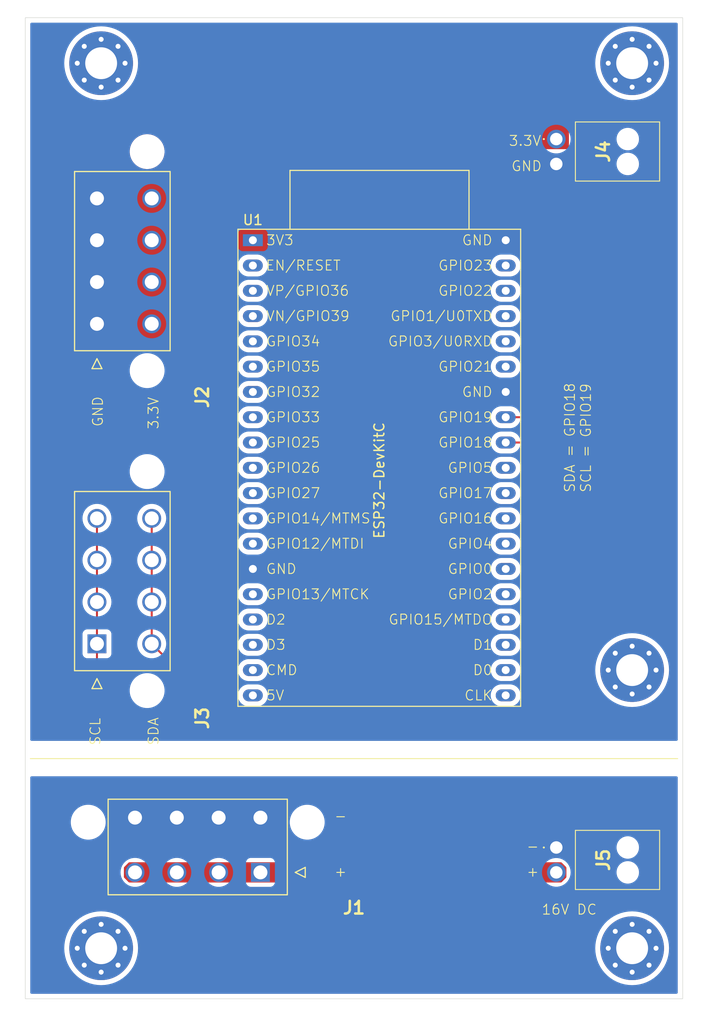
<source format=kicad_pcb>
(kicad_pcb (version 20240108) (generator "pcbnew") (generator_version "8.0")
  (title_block (title "Model Train Control - Controller") (date "2024-03-26") (rev "1"))
  (layers (0 "F.Cu" signal) (31 "B.Cu" signal) (34 "B.Paste" user) (35 "F.Paste" user) (36 "B.SilkS" user "B.Silkscreen") (37 "F.SilkS" user "F.Silkscreen") (38 "B.Mask" user) (39 "F.Mask" user) (44 "Edge.Cuts" user))
  (net 0 "")
  (net 1 "3.3V")
  (net 7 "GNDP")
  (net 35 "VM")
  (net 36 "GNDD")
  (net 37 "SCL")
  (net 38 "SDA")
  (footprint "library:172447-YY08" (layer "F.Cu") (at 129.12 61.74 -90)
    (property "Reference" "J2" (at 7.348 -10.58 90) (layer "F.SilkS") (effects (font (size 1.27 1.27) (thickness 0.254))))
    (property "Value" "172447-0008" (hide yes))
    (fp_line (start -15.3 2.25) (end -15.3 -7.35) (stroke (width 0.127)) (layer "F.SilkS"))
    (fp_line (start 2.7 2.25) (end -15.3 2.25) (stroke (width 0.127)) (layer "F.SilkS"))
    (fp_line (start 4.5 0.5) (end 3.5 0) (stroke (width 0.127)) (layer "F.SilkS"))
    (fp_line (start 3.5 0) (end 4.5 -0.5) (stroke (width 0.127)) (layer "F.SilkS"))
    (fp_line (start 4.5 -0.5) (end 4.5 0.5) (stroke (width 0.127)) (layer "F.SilkS"))
    (fp_line (start -15.3 -7.35) (end 2.7 -7.35) (stroke (width 0.127)) (layer "F.SilkS"))
    (fp_line (start 2.7 -7.35) (end 2.7 2.25) (stroke (width 0.127)) (layer "F.SilkS"))
    (pad "" np_thru_hole circle (at -17.3 -5.04 270) (size 3 3) (drill 3) (layers "*.Cu" "*.Mask"))
    (pad "" np_thru_hole circle (at 4.7 -5.04 270) (size 3 3) (drill 3) (layers "*.Cu" "*.Mask"))
    (pad "1" thru_hole rect (at 0 0 270) (size 1.9 1.9) (drill 1.4) (layers "*.Cu" "*.Mask") (net 36 "GNDD"))
    (pad "2" thru_hole circle (at -4.2 0 270) (size 1.9 1.9) (drill 1.4) (layers "*.Cu" "*.Mask") (net 36 "GNDD"))
    (pad "3" thru_hole circle (at -8.4 0 270) (size 1.9 1.9) (drill 1.4) (layers "*.Cu" "*.Mask") (net 36 "GNDD"))
    (pad "4" thru_hole circle (at -12.6 0 270) (size 1.9 1.9) (drill 1.4) (layers "*.Cu" "*.Mask") (net 36 "GNDD"))
    (pad "5" thru_hole circle (at 0 -5.5 270) (size 1.9 1.9) (drill 1.4) (layers "*.Cu" "*.Mask") (net 1 "3.3V"))
    (pad "6" thru_hole circle (at -4.2 -5.5 270) (size 1.9 1.9) (drill 1.4) (layers "*.Cu" "*.Mask") (net 1 "3.3V"))
    (pad "7" thru_hole circle (at -8.4 -5.5 270) (size 1.9 1.9) (drill 1.4) (layers "*.Cu" "*.Mask") (net 1 "3.3V"))
    (pad "8" thru_hole circle (at -12.6 -5.5 270) (size 1.9 1.9) (drill 1.4) (layers "*.Cu" "*.Mask") (net 1 "3.3V"))
  )
  (footprint "library:172447-YY08" (layer "F.Cu") (at 129.12 93.88 -90)
    (property "Reference" "J3" (at 7.466 -10.58 90) (layer "F.SilkS") (effects (font (size 1.27 1.27) (thickness 0.254))))
    (property "Value" "172447-0008" (hide yes))
    (fp_line (start -15.3 2.25) (end -15.3 -7.35) (stroke (width 0.127)) (layer "F.SilkS"))
    (fp_line (start 2.7 2.25) (end -15.3 2.25) (stroke (width 0.127)) (layer "F.SilkS"))
    (fp_line (start 4.5 0.5) (end 3.5 0) (stroke (width 0.127)) (layer "F.SilkS"))
    (fp_line (start 3.5 0) (end 4.5 -0.5) (stroke (width 0.127)) (layer "F.SilkS"))
    (fp_line (start 4.5 -0.5) (end 4.5 0.5) (stroke (width 0.127)) (layer "F.SilkS"))
    (fp_line (start -15.3 -7.35) (end 2.7 -7.35) (stroke (width 0.127)) (layer "F.SilkS"))
    (fp_line (start 2.7 -7.35) (end 2.7 2.25) (stroke (width 0.127)) (layer "F.SilkS"))
    (pad "" np_thru_hole circle (at -17.3 -5.04 270) (size 3 3) (drill 3) (layers "*.Cu" "*.Mask"))
    (pad "" np_thru_hole circle (at 4.7 -5.04 270) (size 3 3) (drill 3) (layers "*.Cu" "*.Mask"))
    (pad "1" thru_hole rect (at 0 0 270) (size 1.9 1.9) (drill 1.4) (layers "*.Cu" "*.Mask") (net 37 "SCL"))
    (pad "2" thru_hole circle (at -4.2 0 270) (size 1.9 1.9) (drill 1.4) (layers "*.Cu" "*.Mask") (net 37 "SCL"))
    (pad "3" thru_hole circle (at -8.4 0 270) (size 1.9 1.9) (drill 1.4) (layers "*.Cu" "*.Mask") (net 37 "SCL"))
    (pad "4" thru_hole circle (at -12.6 0 270) (size 1.9 1.9) (drill 1.4) (layers "*.Cu" "*.Mask") (net 37 "SCL"))
    (pad "5" thru_hole circle (at 0 -5.5 270) (size 1.9 1.9) (drill 1.4) (layers "*.Cu" "*.Mask") (net 38 "SDA"))
    (pad "6" thru_hole circle (at -4.2 -5.5 270) (size 1.9 1.9) (drill 1.4) (layers "*.Cu" "*.Mask") (net 38 "SDA"))
    (pad "7" thru_hole circle (at -8.4 -5.5 270) (size 1.9 1.9) (drill 1.4) (layers "*.Cu" "*.Mask") (net 38 "SDA"))
    (pad "8" thru_hole circle (at -12.6 -5.5 270) (size 1.9 1.9) (drill 1.4) (layers "*.Cu" "*.Mask") (net 38 "SDA"))
  )
  (footprint "MountingHole:MountingHole_3.2mm_M3_Pad_Via" (layer "F.Cu") (at 129.54 124.46)
    (property "Reference" "H4" (hide yes))
    (property "Value" "MountingHole" (hide yes))
    (pad "1" thru_hole circle (at -2.4 0) (size 0.8 0.8) (drill 0.5) (layers "*.Cu" "*.Mask"))
    (pad "1" thru_hole circle (at -1.697056 -1.697056) (size 0.8 0.8) (drill 0.5) (layers "*.Cu" "*.Mask"))
    (pad "1" thru_hole circle (at -1.697056 1.697056) (size 0.8 0.8) (drill 0.5) (layers "*.Cu" "*.Mask"))
    (pad "1" thru_hole circle (at 0 -2.4) (size 0.8 0.8) (drill 0.5) (layers "*.Cu" "*.Mask"))
    (pad "1" thru_hole circle (at 0 0) (size 6.4 6.4) (drill 3.2) (layers "*.Cu" "*.Mask"))
    (pad "1" thru_hole circle (at 0 2.4) (size 0.8 0.8) (drill 0.5) (layers "*.Cu" "*.Mask"))
    (pad "1" thru_hole circle (at 1.697056 -1.697056) (size 0.8 0.8) (drill 0.5) (layers "*.Cu" "*.Mask"))
    (pad "1" thru_hole circle (at 1.697056 1.697056) (size 0.8 0.8) (drill 0.5) (layers "*.Cu" "*.Mask"))
    (pad "1" thru_hole circle (at 2.4 0) (size 0.8 0.8) (drill 0.5) (layers "*.Cu" "*.Mask"))
  )
  (footprint "MountingHole:MountingHole_3.2mm_M3_Pad_Via" (layer "F.Cu") (at 129.54 35.56)
    (property "Reference" "H3" (hide yes))
    (property "Value" "MountingHole" (hide yes))
    (pad "1" thru_hole circle (at -2.4 0) (size 0.8 0.8) (drill 0.5) (layers "*.Cu" "*.Mask"))
    (pad "1" thru_hole circle (at -1.697056 -1.697056) (size 0.8 0.8) (drill 0.5) (layers "*.Cu" "*.Mask"))
    (pad "1" thru_hole circle (at -1.697056 1.697056) (size 0.8 0.8) (drill 0.5) (layers "*.Cu" "*.Mask"))
    (pad "1" thru_hole circle (at 0 -2.4) (size 0.8 0.8) (drill 0.5) (layers "*.Cu" "*.Mask"))
    (pad "1" thru_hole circle (at 0 0) (size 6.4 6.4) (drill 3.2) (layers "*.Cu" "*.Mask"))
    (pad "1" thru_hole circle (at 0 2.4) (size 0.8 0.8) (drill 0.5) (layers "*.Cu" "*.Mask"))
    (pad "1" thru_hole circle (at 1.697056 -1.697056) (size 0.8 0.8) (drill 0.5) (layers "*.Cu" "*.Mask"))
    (pad "1" thru_hole circle (at 1.697056 1.697056) (size 0.8 0.8) (drill 0.5) (layers "*.Cu" "*.Mask"))
    (pad "1" thru_hole circle (at 2.4 0) (size 0.8 0.8) (drill 0.5) (layers "*.Cu" "*.Mask"))
  )
  (footprint "library:1053131102" (layer "F.Cu") (at 175.26 114.34 90)
    (property "Reference" "J5" (at -1.25 4.721 -90) (layer "F.SilkS") (effects (font (size 1.27 1.27) (thickness 0.254))))
    (property "Value" "105313-1102" (hide yes))
    (fp_line (start 0 -1.3) (end 0 -1.3) (stroke (width 0.1)) (layer "F.SilkS"))
    (fp_line (start 0 -1.2) (end 0 -1.2) (stroke (width 0.1)) (layer "F.SilkS"))
    (fp_line (start 1.72 1.92) (end 1.72 10.38) (stroke (width 0.1)) (layer "F.SilkS"))
    (fp_line (start -4.22 1.92) (end 1.72 1.92) (stroke (width 0.1)) (layer "F.SilkS"))
    (fp_line (start 1.72 10.38) (end -4.22 10.38) (stroke (width 0.1)) (layer "F.SilkS"))
    (fp_line (start -4.22 10.38) (end -4.22 1.92) (stroke (width 0.1)) (layer "F.SilkS"))
    (fp_arc (start 0 -1.3) (mid 0.05 -1.25) (end 0 -1.2) (stroke (width 0.1)) (layer "F.SilkS"))
    (fp_arc (start 0 -1.2) (mid -0.05 -1.25) (end 0 -1.3) (stroke (width 0.1)) (layer "F.SilkS"))
    (pad "" np_thru_hole circle (at -2.5 7.18 90) (size 1.75 1.75) (drill 1.75) (layers "*.Cu" "*.Mask"))
    (pad "" np_thru_hole circle (at 0 7.18 90) (size 1.75 1.75) (drill 1.75) (layers "*.Cu" "*.Mask"))
    (pad "1" thru_hole circle (at 0 0 90) (size 1.875 1.875) (drill 1.25) (layers "*.Cu" "*.Mask") (net 7 "GNDP"))
    (pad "2" thru_hole circle (at -2.5 0 90) (size 1.875 1.875) (drill 1.25) (layers "*.Cu" "*.Mask") (net 35 "VM"))
  )
  (footprint "MountingHole:MountingHole_3.2mm_M3_Pad_Via" (layer "F.Cu") (at 182.88 96.52)
    (property "Reference" "H5" (hide yes))
    (property "Value" "MountingHole" (hide yes))
    (pad "1" thru_hole circle (at -2.4 0) (size 0.8 0.8) (drill 0.5) (layers "*.Cu" "*.Mask"))
    (pad "1" thru_hole circle (at -1.697056 -1.697056) (size 0.8 0.8) (drill 0.5) (layers "*.Cu" "*.Mask"))
    (pad "1" thru_hole circle (at -1.697056 1.697056) (size 0.8 0.8) (drill 0.5) (layers "*.Cu" "*.Mask"))
    (pad "1" thru_hole circle (at 0 -2.4) (size 0.8 0.8) (drill 0.5) (layers "*.Cu" "*.Mask"))
    (pad "1" thru_hole circle (at 0 0) (size 6.4 6.4) (drill 3.2) (layers "*.Cu" "*.Mask"))
    (pad "1" thru_hole circle (at 0 2.4) (size 0.8 0.8) (drill 0.5) (layers "*.Cu" "*.Mask"))
    (pad "1" thru_hole circle (at 1.697056 -1.697056) (size 0.8 0.8) (drill 0.5) (layers "*.Cu" "*.Mask"))
    (pad "1" thru_hole circle (at 1.697056 1.697056) (size 0.8 0.8) (drill 0.5) (layers "*.Cu" "*.Mask"))
    (pad "1" thru_hole circle (at 2.4 0) (size 0.8 0.8) (drill 0.5) (layers "*.Cu" "*.Mask"))
  )
  (footprint "Espressif:ESP32-DevKitC" (layer "F.Cu") (at 144.78 53.34)
    (property "Reference" "U1" (at 0 -2.032 0) (layer "F.SilkS"))
    (property "Value" "ESP32-DevKitC" (at 12.7 24.13 90) (layer "F.SilkS"))
    (fp_line (start -1.5 46.82) (end 26.899999 46.82) (stroke (width 0.12)) (layer "F.SilkS"))
    (fp_line (start -1.499999 -1.1) (end -1.5 46.82) (stroke (width 0.12)) (layer "F.SilkS"))
    (fp_line (start 3.73012 -7.01312) (end 21.71332 -7.01312) (stroke (width 0.12)) (layer "F.SilkS"))
    (fp_line (start 3.73012 -1.12032) (end 3.73012 -7.01312) (stroke (width 0.12)) (layer "F.SilkS"))
    (fp_line (start 21.71332 -7.01312) (end 21.71332 -1.12032) (stroke (width 0.12)) (layer "F.SilkS"))
    (fp_line (start 26.899999 46.82) (end 26.9 -1.1) (stroke (width 0.12)) (layer "F.SilkS"))
    (fp_line (start 26.9 -1.1) (end -1.499999 -1.1) (stroke (width 0.12)) (layer "F.SilkS"))
    (fp_text user "GPIO33" (at 1.27 17.78 0) (layer "F.SilkS") (effects (font (thickness 0.1)) (justify left)))
    (fp_text user "D2" (at 1.27 38.1 0) (layer "F.SilkS") (effects (font (thickness 0.1)) (justify left)))
    (fp_text user "GPIO18" (at 24.13 20.32 0) (layer "F.SilkS") (effects (font (thickness 0.1)) (justify right)))
    (fp_text user "GPIO0" (at 24.13 33.02 0) (layer "F.SilkS") (effects (font (thickness 0.1)) (justify right)))
    (fp_text user "GPIO26" (at 1.27 22.86 0) (layer "F.SilkS") (effects (font (thickness 0.1)) (justify left)))
    (fp_text user "GPIO34" (at 1.27 10.16 0) (layer "F.SilkS") (effects (font (thickness 0.1)) (justify left)))
    (fp_text user "GPIO17" (at 24.13 25.4 0) (layer "F.SilkS") (effects (font (thickness 0.1)) (justify right)))
    (fp_text user "D0" (at 24.13 43.18 0) (layer "F.SilkS") (effects (font (thickness 0.1)) (justify right)))
    (fp_text user "GPIO22" (at 24.13 5.08 0) (layer "F.SilkS") (effects (font (thickness 0.1)) (justify right)))
    (fp_text user "GPIO25" (at 1.27 20.32 0) (layer "F.SilkS") (effects (font (thickness 0.1)) (justify left)))
    (fp_text user "GPIO1/U0TXD" (at 24.13 7.62 0) (layer "F.SilkS") (effects (font (thickness 0.1)) (justify right)))
    (fp_text user "GND" (at 1.27 33.02 0) (layer "F.SilkS") (effects (font (thickness 0.1)) (justify left)))
    (fp_text user "GND" (at 24.13 0 0) (layer "F.SilkS") (effects (font (thickness 0.1)) (justify right)))
    (fp_text user "VP/GPIO36" (at 1.27 5.08 0) (layer "F.SilkS") (effects (font (thickness 0.1)) (justify left)))
    (fp_text user "GPIO23" (at 24.13 2.54 0) (layer "F.SilkS") (effects (font (thickness 0.1)) (justify right)))
    (fp_text user "GPIO32" (at 1.27 15.24 0) (layer "F.SilkS") (effects (font (thickness 0.1)) (justify left)))
    (fp_text user "3V3" (at 1.27 0 0) (layer "F.SilkS") (effects (font (thickness 0.1)) (justify left)))
    (fp_text user "GPIO13/MTCK" (at 1.27 35.56 0) (layer "F.SilkS") (effects (font (thickness 0.1)) (justify left)))
    (fp_text user "GPIO19" (at 24.13 17.78 0) (layer "F.SilkS") (effects (font (thickness 0.1)) (justify right)))
    (fp_text user "GPIO14/MTMS" (at 1.27 27.94 0) (layer "F.SilkS") (effects (font (thickness 0.1)) (justify left)))
    (fp_text user "EN/RESET" (at 8.88632 2.53728 0) (layer "F.SilkS") (effects (font (thickness 0.1)) (justify right)))
    (fp_text user "GPIO21" (at 24.13 12.7 0) (layer "F.SilkS") (effects (font (thickness 0.1)) (justify right)))
    (fp_text user "GPIO4" (at 24.13 30.48 0) (layer "F.SilkS") (effects (font (thickness 0.1)) (justify right)))
    (fp_text user "GPIO2" (at 24.13 35.56 0) (layer "F.SilkS") (effects (font (thickness 0.1)) (justify right)))
    (fp_text user "GPIO5" (at 24.13 22.86 0) (layer "F.SilkS") (effects (font (thickness 0.1)) (justify right)))
    (fp_text user "GPIO16" (at 24.13 27.94 0) (layer "F.SilkS") (effects (font (thickness 0.1)) (justify right)))
    (fp_text user "D1" (at 24.13 40.64 0) (layer "F.SilkS") (effects (font (thickness 0.1)) (justify right)))
    (fp_text user "GND" (at 24.13 15.24 0) (layer "F.SilkS") (effects (font (thickness 0.1)) (justify right)))
    (fp_text user "GPIO35" (at 1.27 12.7 0) (layer "F.SilkS") (effects (font (thickness 0.1)) (justify left)))
    (fp_text user "GPIO12/MTDI" (at 1.27 30.48 0) (layer "F.SilkS") (effects (font (thickness 0.1)) (justify left)))
    (fp_text user "CMD" (at 1.27 43.18 0) (layer "F.SilkS") (effects (font (thickness 0.1)) (justify left)))
    (fp_text user "VN/GPIO39" (at 1.27 7.62 0) (layer "F.SilkS") (effects (font (thickness 0.1)) (justify left)))
    (fp_text user "CLK" (at 24.13 45.72 0) (layer "F.SilkS") (effects (font (thickness 0.1)) (justify right)))
    (fp_text user "GPIO3/U0RXD" (at 24.13 10.16 0) (layer "F.SilkS") (effects (font (thickness 0.1)) (justify right)))
    (fp_text user "GPIO27" (at 1.27 25.4 0) (layer "F.SilkS") (effects (font (thickness 0.1)) (justify left)))
    (fp_text user "5V" (at 1.27 45.72 0) (layer "F.SilkS") (effects (font (thickness 0.1)) (justify left)))
    (fp_text user "GPIO15/MTDO" (at 24.13 38.1 0) (layer "F.SilkS") (effects (font (thickness 0.1)) (justify right)))
    (fp_text user "D3" (at 1.27 40.64 0) (layer "F.SilkS") (effects (font (thickness 0.1)) (justify left)))
    (pad "1" thru_hole rect (at 0 0 270) (size 1.2 2) (drill 0.8) (layers "*.Cu" "*.Mask") (net 1 "3.3V"))
    (pad "2" thru_hole oval (at 0 2.54 270) (size 1.2 2) (drill 0.8) (layers "*.Cu" "*.Mask"))
    (pad "3" thru_hole oval (at 0 5.08 270) (size 1.2 2) (drill 0.8) (layers "*.Cu" "*.Mask"))
    (pad "4" thru_hole oval (at 0 7.62 270) (size 1.2 2) (drill 0.8) (layers "*.Cu" "*.Mask"))
    (pad "5" thru_hole oval (at 0 10.16 270) (size 1.2 2) (drill 0.8) (layers "*.Cu" "*.Mask"))
    (pad "6" thru_hole oval (at 0 12.7 270) (size 1.2 2) (drill 0.8) (layers "*.Cu" "*.Mask"))
    (pad "7" thru_hole oval (at 0 15.24 270) (size 1.2 2) (drill 0.8) (layers "*.Cu" "*.Mask"))
    (pad "8" thru_hole oval (at 0 17.78 270) (size 1.2 2) (drill 0.8) (layers "*.Cu" "*.Mask"))
    (pad "9" thru_hole oval (at 0 20.32 270) (size 1.2 2) (drill 0.8) (layers "*.Cu" "*.Mask"))
    (pad "10" thru_hole oval (at 0 22.86 270) (size 1.2 2) (drill 0.8) (layers "*.Cu" "*.Mask"))
    (pad "11" thru_hole oval (at 0 25.4 270) (size 1.2 2) (drill 0.8) (layers "*.Cu" "*.Mask"))
    (pad "12" thru_hole oval (at 0 27.94 270) (size 1.2 2) (drill 0.8) (layers "*.Cu" "*.Mask"))
    (pad "13" thru_hole oval (at 0 30.48 270) (size 1.2 2) (drill 0.8) (layers "*.Cu" "*.Mask"))
    (pad "14" thru_hole oval (at 0 33.02 270) (size 1.2 2) (drill 0.8) (layers "*.Cu" "*.Mask") (net 36 "GNDD"))
    (pad "15" thru_hole oval (at 0 35.56 270) (size 1.2 2) (drill 0.8) (layers "*.Cu" "*.Mask"))
    (pad "16" thru_hole oval (at 0 38.1 270) (size 1.2 2) (drill 0.8) (layers "*.Cu" "*.Mask"))
    (pad "17" thru_hole oval (at 0 40.64 270) (size 1.2 2) (drill 0.8) (layers "*.Cu" "*.Mask"))
    (pad "18" thru_hole oval (at 0 43.18 270) (size 1.2 2) (drill 0.8) (layers "*.Cu" "*.Mask"))
    (pad "19" thru_hole oval (at 0 45.72 270) (size 1.2 2) (drill 0.8) (layers "*.Cu" "*.Mask"))
    (pad "20" thru_hole oval (at 25.39632 45.71728 270) (size 1.2 2) (drill 0.8) (layers "*.Cu" "*.Mask"))
    (pad "21" thru_hole oval (at 25.39632 43.17728 270) (size 1.2 2) (drill 0.8) (layers "*.Cu" "*.Mask"))
    (pad "22" thru_hole oval (at 25.4 40.64 270) (size 1.2 2) (drill 0.8) (layers "*.Cu" "*.Mask"))
    (pad "23" thru_hole oval (at 25.4 38.1 270) (size 1.2 2) (drill 0.8) (layers "*.Cu" "*.Mask"))
    (pad "24" thru_hole oval (at 25.4 35.56 270) (size 1.2 2) (drill 0.8) (layers "*.Cu" "*.Mask"))
    (pad "25" thru_hole oval (at 25.4 33.02 270) (size 1.2 2) (drill 0.8) (layers "*.Cu" "*.Mask"))
    (pad "26" thru_hole oval (at 25.4 30.48 270) (size 1.2 2) (drill 0.8) (layers "*.Cu" "*.Mask"))
    (pad "27" thru_hole oval (at 25.4 27.94 270) (size 1.2 2) (drill 0.8) (layers "*.Cu" "*.Mask"))
    (pad "28" thru_hole oval (at 25.4 25.4 270) (size 1.2 2) (drill 0.8) (layers "*.Cu" "*.Mask"))
    (pad "29" thru_hole oval (at 25.4 22.86 270) (size 1.2 2) (drill 0.8) (layers "*.Cu" "*.Mask"))
    (pad "30" thru_hole oval (at 25.4 20.32 270) (size 1.2 2) (drill 0.8) (layers "*.Cu" "*.Mask") (net 38 "SDA"))
    (pad "31" thru_hole oval (at 25.4 17.78 270) (size 1.2 2) (drill 0.8) (layers "*.Cu" "*.Mask") (net 37 "SCL"))
    (pad "32" thru_hole oval (at 25.4 15.24 270) (size 1.2 2) (drill 0.8) (layers "*.Cu" "*.Mask") (net 36 "GNDD"))
    (pad "33" thru_hole oval (at 25.4 12.7 270) (size 1.2 2) (drill 0.8) (layers "*.Cu" "*.Mask"))
    (pad "34" thru_hole oval (at 25.4 10.16 270) (size 1.2 2) (drill 0.8) (layers "*.Cu" "*.Mask"))
    (pad "35" thru_hole oval (at 25.4 7.62 270) (size 1.2 2) (drill 0.8) (layers "*.Cu" "*.Mask"))
    (pad "36" thru_hole oval (at 25.4 5.08 270) (size 1.2 2) (drill 0.8) (layers "*.Cu" "*.Mask"))
    (pad "37" thru_hole oval (at 25.4 2.54 270) (size 1.2 2) (drill 0.8) (layers "*.Cu" "*.Mask"))
    (pad "38" thru_hole oval (at 25.4 0 270) (size 1.2 2) (drill 0.8) (layers "*.Cu" "*.Mask") (net 36 "GNDD"))
  )
  (footprint "library:1053131102" (layer "F.Cu") (at 175.26 43.18 90)
    (property "Reference" "J4" (at -1.25 4.721 -90) (layer "F.SilkS") (effects (font (size 1.27 1.27) (thickness 0.254))))
    (property "Value" "105313-1102" (hide yes))
    (fp_line (start 0 -1.3) (end 0 -1.3) (stroke (width 0.1)) (layer "F.SilkS"))
    (fp_line (start 0 -1.2) (end 0 -1.2) (stroke (width 0.1)) (layer "F.SilkS"))
    (fp_line (start 1.72 1.92) (end 1.72 10.38) (stroke (width 0.1)) (layer "F.SilkS"))
    (fp_line (start -4.22 1.92) (end 1.72 1.92) (stroke (width 0.1)) (layer "F.SilkS"))
    (fp_line (start 1.72 10.38) (end -4.22 10.38) (stroke (width 0.1)) (layer "F.SilkS"))
    (fp_line (start -4.22 10.38) (end -4.22 1.92) (stroke (width 0.1)) (layer "F.SilkS"))
    (fp_arc (start 0 -1.3) (mid 0.05 -1.25) (end 0 -1.2) (stroke (width 0.1)) (layer "F.SilkS"))
    (fp_arc (start 0 -1.2) (mid -0.05 -1.25) (end 0 -1.3) (stroke (width 0.1)) (layer "F.SilkS"))
    (pad "" np_thru_hole circle (at -2.5 7.18 90) (size 1.75 1.75) (drill 1.75) (layers "*.Cu" "*.Mask"))
    (pad "" np_thru_hole circle (at 0 7.18 90) (size 1.75 1.75) (drill 1.75) (layers "*.Cu" "*.Mask"))
    (pad "1" thru_hole circle (at 0 0 90) (size 1.875 1.875) (drill 1.25) (layers "*.Cu" "*.Mask") (net 1 "3.3V"))
    (pad "2" thru_hole circle (at -2.5 0 90) (size 1.875 1.875) (drill 1.25) (layers "*.Cu" "*.Mask") (net 36 "GNDD"))
  )
  (footprint "MountingHole:MountingHole_3.2mm_M3_Pad_Via" (layer "F.Cu") (at 182.88 124.46)
    (property "Reference" "H1" (hide yes))
    (property "Value" "MountingHole" (hide yes))
    (pad "1" thru_hole circle (at -2.4 0) (size 0.8 0.8) (drill 0.5) (layers "*.Cu" "*.Mask"))
    (pad "1" thru_hole circle (at -1.697056 -1.697056) (size 0.8 0.8) (drill 0.5) (layers "*.Cu" "*.Mask"))
    (pad "1" thru_hole circle (at -1.697056 1.697056) (size 0.8 0.8) (drill 0.5) (layers "*.Cu" "*.Mask"))
    (pad "1" thru_hole circle (at 0 -2.4) (size 0.8 0.8) (drill 0.5) (layers "*.Cu" "*.Mask"))
    (pad "1" thru_hole circle (at 0 0) (size 6.4 6.4) (drill 3.2) (layers "*.Cu" "*.Mask"))
    (pad "1" thru_hole circle (at 0 2.4) (size 0.8 0.8) (drill 0.5) (layers "*.Cu" "*.Mask"))
    (pad "1" thru_hole circle (at 1.697056 -1.697056) (size 0.8 0.8) (drill 0.5) (layers "*.Cu" "*.Mask"))
    (pad "1" thru_hole circle (at 1.697056 1.697056) (size 0.8 0.8) (drill 0.5) (layers "*.Cu" "*.Mask"))
    (pad "1" thru_hole circle (at 2.4 0) (size 0.8 0.8) (drill 0.5) (layers "*.Cu" "*.Mask"))
  )
  (footprint "MountingHole:MountingHole_3.2mm_M3_Pad_Via" (layer "F.Cu") (at 182.88 35.56)
    (property "Reference" "H2" (hide yes))
    (property "Value" "MountingHole" (hide yes))
    (pad "1" thru_hole circle (at -2.4 0) (size 0.8 0.8) (drill 0.5) (layers "*.Cu" "*.Mask"))
    (pad "1" thru_hole circle (at -1.697056 -1.697056) (size 0.8 0.8) (drill 0.5) (layers "*.Cu" "*.Mask"))
    (pad "1" thru_hole circle (at -1.697056 1.697056) (size 0.8 0.8) (drill 0.5) (layers "*.Cu" "*.Mask"))
    (pad "1" thru_hole circle (at 0 -2.4) (size 0.8 0.8) (drill 0.5) (layers "*.Cu" "*.Mask"))
    (pad "1" thru_hole circle (at 0 0) (size 6.4 6.4) (drill 3.2) (layers "*.Cu" "*.Mask"))
    (pad "1" thru_hole circle (at 0 2.4) (size 0.8 0.8) (drill 0.5) (layers "*.Cu" "*.Mask"))
    (pad "1" thru_hole circle (at 1.697056 -1.697056) (size 0.8 0.8) (drill 0.5) (layers "*.Cu" "*.Mask"))
    (pad "1" thru_hole circle (at 1.697056 1.697056) (size 0.8 0.8) (drill 0.5) (layers "*.Cu" "*.Mask"))
    (pad "1" thru_hole circle (at 2.4 0) (size 0.8 0.8) (drill 0.5) (layers "*.Cu" "*.Mask"))
  )
  (footprint "library:172447-YY08" (layer "F.Cu") (at 145.542 116.84)
    (property "Reference" "J1" (at 9.398 3.556 0) (layer "F.SilkS") (effects (font (size 1.27 1.27) (thickness 0.254))))
    (property "Value" "172447-0008" (hide yes))
    (fp_line (start -15.3 -7.35) (end 2.7 -7.35) (stroke (width 0.127)) (layer "F.SilkS"))
    (fp_line (start -15.3 2.25) (end -15.3 -7.35) (stroke (width 0.127)) (layer "F.SilkS"))
    (fp_line (start 2.7 -7.35) (end 2.7 2.25) (stroke (width 0.127)) (layer "F.SilkS"))
    (fp_line (start 2.7 2.25) (end -15.3 2.25) (stroke (width 0.127)) (layer "F.SilkS"))
    (fp_line (start 3.5 0) (end 4.5 -0.5) (stroke (width 0.127)) (layer "F.SilkS"))
    (fp_line (start 4.5 -0.5) (end 4.5 0.5) (stroke (width 0.127)) (layer "F.SilkS"))
    (fp_line (start 4.5 0.5) (end 3.5 0) (stroke (width 0.127)) (layer "F.SilkS"))
    (pad "" np_thru_hole circle (at -17.3 -5.04) (size 3 3) (drill 3) (layers "*.Cu" "*.Mask"))
    (pad "" np_thru_hole circle (at 4.7 -5.04) (size 3 3) (drill 3) (layers "*.Cu" "*.Mask"))
    (pad "1" thru_hole rect (at 0 0) (size 1.9 1.9) (drill 1.4) (layers "*.Cu" "*.Mask") (net 35 "VM"))
    (pad "2" thru_hole circle (at -4.2 0) (size 1.9 1.9) (drill 1.4) (layers "*.Cu" "*.Mask") (net 35 "VM"))
    (pad "3" thru_hole circle (at -8.4 0) (size 1.9 1.9) (drill 1.4) (layers "*.Cu" "*.Mask") (net 35 "VM"))
    (pad "4" thru_hole circle (at -12.6 0) (size 1.9 1.9) (drill 1.4) (layers "*.Cu" "*.Mask") (net 35 "VM"))
    (pad "5" thru_hole circle (at 0 -5.5) (size 1.9 1.9) (drill 1.4) (layers "*.Cu" "*.Mask") (net 7 "GNDP"))
    (pad "6" thru_hole circle (at -4.2 -5.5) (size 1.9 1.9) (drill 1.4) (layers "*.Cu" "*.Mask") (net 7 "GNDP"))
    (pad "7" thru_hole circle (at -8.4 -5.5) (size 1.9 1.9) (drill 1.4) (layers "*.Cu" "*.Mask") (net 7 "GNDP"))
    (pad "8" thru_hole circle (at -12.6 -5.5) (size 1.9 1.9) (drill 1.4) (layers "*.Cu" "*.Mask") (net 7 "GNDP"))
  )
  (gr_line (start 122.428 105.41) (end 187.452 105.41) (stroke (width 0.1)) (layer "F.SilkS"))
  (gr_rect (start 121.92 30.988) (end 187.96 129.54) (stroke (width 0.05)) (fill none) (layer "Edge.Cuts"))
  (gr_text "+" (at 172.212 117.348 0) (layer "F.SilkS") (effects (font (size 1 1) (thickness 0.1)) (justify left bottom)))
  (gr_text "SDA" (at 135.382 104.14 90) (layer "F.SilkS") (effects (font (size 1 1) (thickness 0.1)) (justify left bottom)))
  (gr_text "SCL" (at 129.54 104.14 90) (layer "F.SilkS") (effects (font (size 1 1) (thickness 0.1)) (justify left bottom)))
  (gr_text "16V DC" (at 173.736 121.158 0) (layer "F.SilkS") (effects (font (size 1 1) (thickness 0.1)) (justify left bottom)))
  (gr_text "+" (at 152.908 117.348 0) (layer "F.SilkS") (effects (font (size 1 1) (thickness 0.1)) (justify left bottom)))
  (gr_text "SDA = GPIO18\nSCL = GPIO19\n" (at 178.816 78.74 90) (layer "F.SilkS") (effects (font (size 1 1) (thickness 0.1)) (justify left bottom)))
  (gr_text "GND" (at 170.688 46.482 0) (layer "F.SilkS") (effects (font (size 1 1) (thickness 0.1)) (justify left bottom)))
  (gr_text "GND" (at 129.794 72.136 90) (layer "F.SilkS") (effects (font (size 1 1) (thickness 0.1)) (justify left bottom)))
  (gr_text "3.3V" (at 170.434 43.942 0) (layer "F.SilkS") (effects (font (size 1 1) (thickness 0.1)) (justify left bottom)))
  (gr_text "3.3V" (at 135.382 72.39 90) (layer "F.SilkS") (effects (font (size 1 1) (thickness 0.1)) (justify left bottom)))
  (gr_text "-" (at 172.212 114.808 0) (layer "F.SilkS") (effects (font (size 1 1) (thickness 0.1)) (justify left bottom)))
  (gr_text "-" (at 152.908 111.76 0) (layer "F.SilkS") (effects (font (size 1 1) (thickness 0.1)) (justify left bottom)))
  (segment (start 166.878 40.894) (end 146.05 40.894) (width 0.2) (layer "F.Cu") (net 1))
  (segment (start 175.26 43.18) (end 169.164 43.18) (width 0.2) (layer "F.Cu") (net 1))
  (segment (start 134.62 49.14) (end 134.62 61.74) (width 0.2) (layer "F.Cu") (net 1))
  (segment (start 137.804 49.14) (end 134.62 49.14) (width 0.2) (layer "F.Cu") (net 1))
  (segment (start 146.05 40.894) (end 137.804 49.14) (width 0.2) (layer "F.Cu") (net 1))
  (segment (start 144.78 53.34) (end 134.62 53.34) (width 0.2) (layer "F.Cu") (net 1))
  (segment (start 169.164 43.18) (end 166.878 40.894) (width 0.2) (layer "F.Cu") (net 1))
  (segment (start 175.26 116.84) (end 132.942 116.84) (width 0.2) (layer "F.Cu") (net 35))
  (segment (start 129.12 49.14) (end 129.12 61.74) (width 0.2) (layer "B.Cu") (net 36))
  (segment (start 175.046 45.68) (end 175.26 45.68) (width 0.2) (layer "B.Cu") (net 36))
  (segment (start 170.18 53.34) (end 170.18 50.546) (width 0.2) (layer "B.Cu") (net 36))
  (segment (start 170.18 50.546) (end 175.046 45.68) (width 0.2) (layer "B.Cu") (net 36))
  (segment (start 170.18 71.12) (end 171.704 71.12) (width 0.2) (layer "F.Cu") (net 37))
  (segment (start 173.12 100.495686) (end 171.615686 102) (width 0.2) (layer "F.Cu") (net 37))
  (segment (start 129.12 93.88) (end 129.12 81.28) (width 0.2) (layer "F.Cu") (net 37))
  (segment (start 131.21 102) (end 129.12 99.91) (width 0.2) (layer "F.Cu") (net 37))
  (segment (start 129.12 99.91) (end 129.12 93.88) (width 0.2) (layer "F.Cu") (net 37))
  (segment (start 173.12 72.536) (end 173.12 100.495686) (width 0.2) (layer "F.Cu") (net 37))
  (segment (start 171.615686 102) (end 131.21 102) (width 0.2) (layer "F.Cu") (net 37))
  (segment (start 171.704 71.12) (end 173.12 72.536) (width 0.2) (layer "F.Cu") (net 37))
  (segment (start 172.72 74.676) (end 172.72 100.33) (width 0.2) (layer "F.Cu") (net 38))
  (segment (start 134.62 93.88) (end 134.62 81.28) (width 0.2) (layer "F.Cu") (net 38))
  (segment (start 170.18 73.66) (end 171.704 73.66) (width 0.2) (layer "F.Cu") (net 38))
  (segment (start 172.72 100.33) (end 171.45 101.6) (width 0.2) (layer "F.Cu") (net 38))
  (segment (start 171.45 101.6) (end 142.34 101.6) (width 0.2) (layer "F.Cu") (net 38))
  (segment (start 171.704 73.66) (end 172.72 74.676) (width 0.2) (layer "F.Cu") (net 38))
  (segment (start 142.34 101.6) (end 134.62 93.88) (width 0.2) (layer "F.Cu") (net 38))
  (zone (net 35) (net_name "VM") (layer "F.Cu") (priority 3) (connect_pads yes (clearance 0.5)) (min_thickness 0.25) (fill yes (thermal_gap 0.5) (thermal_bridge_width 0.5))
    (polygon (pts (xy 131.826 116.332) (xy 132.334 115.824) (xy 175.768 115.824) (xy 176.276 116.332) (xy 176.276 117.348) (xy 175.768 117.856) (xy 132.334 117.856) (xy 131.826 117.348)))
  )
  (zone (net 1) (net_name "3.3V") (layer "F.Cu") (priority 2) (connect_pads yes (clearance 0.5)) (min_thickness 0.25) (fill yes (thermal_gap 0.5) (thermal_bridge_width 0.5))
    (polygon (pts (xy 133.096 40.64) (xy 132.08 41.656) (xy 132.08 62.738) (xy 132.588 63.246) (xy 137.16 63.246) (xy 137.668 62.738) (xy 137.668 55.372) (xy 138.43 54.61) (xy 146.05 54.61) (xy 146.812 53.848) (xy 146.812 44.704) (xy 147.32 44.196) (xy 176.53 44.196) (xy 176.53 40.64)))
  )
  (zone (net 7) (net_name "GNDP") (layer "B.Cu") (priority 1) (connect_pads yes (clearance 0.5)) (min_thickness 0.25) (fill yes (thermal_gap 0.5) (thermal_bridge_width 0.5))
    (polygon (pts (xy 190.5 107.188) (xy 119.38 107.188) (xy 119.38 132.08) (xy 190.5 132.08)))
  )
  (zone (net 36) (net_name "GNDD") (layer "B.Cu") (connect_pads yes (clearance 0.5)) (min_thickness 0.25) (fill yes (thermal_gap 0.5) (thermal_bridge_width 0.5))
    (polygon (pts (xy 119.38 29.21) (xy 190.5 29.21) (xy 190.5 103.632) (xy 119.38 103.632)))
  )
)
</source>
